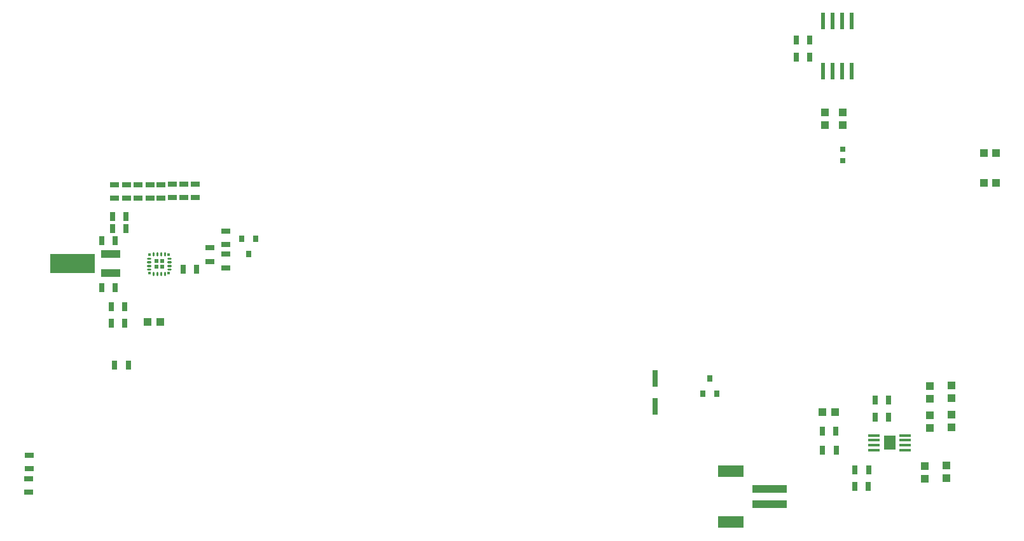
<source format=gtp>
G75*
%MOIN*%
%OFA0B0*%
%FSLAX24Y24*%
%IPPOS*%
%LPD*%
%AMOC8*
5,1,8,0,0,1.08239X$1,22.5*
%
%ADD10R,0.0231X0.0226*%
%ADD11R,0.0241X0.0225*%
%ADD12R,0.0240X0.0239*%
%ADD13R,0.0234X0.0242*%
%ADD14R,0.0134X0.0134*%
%ADD15C,0.0105*%
%ADD16R,0.0984X0.0394*%
%ADD17R,0.2362X0.0984*%
%ADD18R,0.0630X0.0157*%
%ADD19R,0.0618X0.0744*%
%ADD20R,0.0433X0.0394*%
%ADD21R,0.0394X0.0433*%
%ADD22R,0.0315X0.0354*%
%ADD23R,0.0240X0.0870*%
%ADD24R,0.0394X0.0394*%
%ADD25R,0.0315X0.0315*%
%ADD26R,0.0472X0.0315*%
%ADD27R,0.0315X0.0472*%
%ADD28R,0.0256X0.0866*%
%ADD29R,0.1811X0.0394*%
%ADD30R,0.1339X0.0630*%
D10*
X010760Y014787D03*
D11*
X010461Y014786D03*
D12*
X010462Y015088D03*
D13*
X010756Y015085D03*
D14*
X011099Y015438D03*
X010102Y015438D03*
X010102Y014442D03*
X011102Y014442D03*
D15*
X011194Y014642D02*
X011194Y014648D01*
X011194Y014642D02*
X011058Y014642D01*
X011058Y014648D01*
X011194Y014648D01*
X011194Y014838D02*
X011194Y014844D01*
X011194Y014838D02*
X011058Y014838D01*
X011058Y014844D01*
X011194Y014844D01*
X011194Y015035D02*
X011194Y015041D01*
X011194Y015035D02*
X011058Y015035D01*
X011058Y015041D01*
X011194Y015041D01*
X011194Y015232D02*
X011194Y015238D01*
X011194Y015232D02*
X011058Y015232D01*
X011058Y015238D01*
X011194Y015238D01*
X010899Y015397D02*
X010893Y015397D01*
X010893Y015533D01*
X010899Y015533D01*
X010899Y015397D01*
X010899Y015501D02*
X010893Y015501D01*
X010702Y015397D02*
X010696Y015397D01*
X010696Y015533D01*
X010702Y015533D01*
X010702Y015397D01*
X010702Y015501D02*
X010696Y015501D01*
X010505Y015397D02*
X010499Y015397D01*
X010499Y015533D01*
X010505Y015533D01*
X010505Y015397D01*
X010505Y015501D02*
X010499Y015501D01*
X010308Y015397D02*
X010302Y015397D01*
X010302Y015533D01*
X010308Y015533D01*
X010308Y015397D01*
X010308Y015501D02*
X010302Y015501D01*
X010007Y015238D02*
X010007Y015232D01*
X010007Y015238D02*
X010143Y015238D01*
X010143Y015232D01*
X010007Y015232D01*
X010007Y015041D02*
X010007Y015035D01*
X010007Y015041D02*
X010143Y015041D01*
X010143Y015035D01*
X010007Y015035D01*
X010007Y014844D02*
X010007Y014838D01*
X010007Y014844D02*
X010143Y014844D01*
X010143Y014838D01*
X010007Y014838D01*
X010007Y014648D02*
X010007Y014642D01*
X010007Y014648D02*
X010143Y014648D01*
X010143Y014642D01*
X010007Y014642D01*
X010302Y014482D02*
X010308Y014482D01*
X010308Y014346D01*
X010302Y014346D01*
X010302Y014482D01*
X010308Y014450D02*
X010302Y014450D01*
X010499Y014482D02*
X010505Y014482D01*
X010505Y014346D01*
X010499Y014346D01*
X010499Y014482D01*
X010505Y014450D02*
X010499Y014450D01*
X010696Y014482D02*
X010702Y014482D01*
X010702Y014346D01*
X010696Y014346D01*
X010696Y014482D01*
X010702Y014450D02*
X010696Y014450D01*
X010893Y014482D02*
X010899Y014482D01*
X010899Y014346D01*
X010893Y014346D01*
X010893Y014482D01*
X010899Y014450D02*
X010893Y014450D01*
D16*
X008054Y014440D03*
X008054Y015440D03*
D17*
X006054Y014940D03*
D18*
X048054Y005931D03*
X048054Y005675D03*
X048054Y005419D03*
X048054Y005163D03*
X049708Y005163D03*
X049708Y005419D03*
X049708Y005675D03*
X049708Y005931D03*
D19*
X048881Y005547D03*
D20*
X050742Y004318D03*
X050742Y003649D03*
X050984Y006332D03*
X050984Y007001D03*
X052125Y007021D03*
X052125Y006352D03*
X046035Y007156D03*
X045366Y007156D03*
X045495Y022227D03*
X045495Y022897D03*
X046415Y022882D03*
X046415Y022212D03*
X010659Y011898D03*
X009989Y011898D03*
D21*
X051004Y008523D03*
X051004Y007853D03*
X052125Y007873D03*
X052125Y008542D03*
X051862Y004345D03*
X051862Y003676D03*
D22*
X039840Y008111D03*
X039092Y008111D03*
X039466Y008937D03*
X015668Y016268D03*
X014920Y016268D03*
X015294Y015441D03*
D23*
X045404Y025050D03*
X045904Y025050D03*
X046404Y025050D03*
X046904Y025050D03*
X046904Y027700D03*
X046404Y027700D03*
X045904Y027700D03*
X045404Y027700D03*
D24*
X053838Y020757D03*
X054468Y020757D03*
X054468Y019182D03*
X053838Y019182D03*
D25*
X046415Y020362D03*
X046415Y020952D03*
D26*
X003775Y002963D03*
X003775Y003671D03*
X003781Y004183D03*
X003781Y004892D03*
X013256Y015072D03*
X013256Y015781D03*
X014083Y015944D03*
X014083Y016652D03*
X014084Y015440D03*
X014084Y014731D03*
X012497Y018415D03*
X011887Y018408D03*
X011296Y018408D03*
X010705Y018396D03*
X010115Y018396D03*
X009486Y018396D03*
X008895Y018389D03*
X008246Y018389D03*
X008246Y019097D03*
X008895Y019097D03*
X009486Y019104D03*
X010115Y019104D03*
X010705Y019104D03*
X011296Y019117D03*
X011887Y019117D03*
X012497Y019124D03*
D27*
X008856Y017419D03*
X008856Y016798D03*
X008147Y016798D03*
X008147Y017419D03*
X008310Y016160D03*
X007601Y016160D03*
X007601Y013689D03*
X008310Y013689D03*
X008088Y012687D03*
X008797Y012687D03*
X008797Y011811D03*
X008088Y011811D03*
X008275Y009629D03*
X008984Y009629D03*
X011864Y014649D03*
X012573Y014649D03*
X044000Y025780D03*
X044708Y025780D03*
X044708Y026680D03*
X044000Y026680D03*
X048119Y007775D03*
X048828Y007775D03*
X048828Y006905D03*
X048119Y006905D03*
X046071Y006164D03*
X045363Y006164D03*
X045377Y005141D03*
X046086Y005141D03*
X047074Y004114D03*
X047782Y004114D03*
X047763Y003263D03*
X047054Y003263D03*
D28*
X036578Y007460D03*
X036578Y008916D03*
D29*
X042601Y003113D03*
X042601Y002326D03*
D30*
X040554Y001381D03*
X040554Y004058D03*
M02*

</source>
